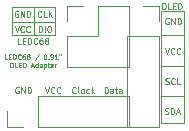
<source format=gbr>
G04 #@! TF.GenerationSoftware,KiCad,Pcbnew,(5.1.2)-2*
G04 #@! TF.CreationDate,2020-12-29T16:45:58+00:00*
G04 #@! TF.ProjectId,LEDC68 and 0.9 Inch OLED Adapter,4c454443-3638-4206-916e-6420302e3920,rev?*
G04 #@! TF.SameCoordinates,Original*
G04 #@! TF.FileFunction,Legend,Top*
G04 #@! TF.FilePolarity,Positive*
%FSLAX46Y46*%
G04 Gerber Fmt 4.6, Leading zero omitted, Abs format (unit mm)*
G04 Created by KiCad (PCBNEW (5.1.2)-2) date 2020-12-29 16:45:58*
%MOMM*%
%LPD*%
G04 APERTURE LIST*
%ADD10C,0.120000*%
%ADD11C,0.125000*%
%ADD12C,0.100000*%
G04 APERTURE END LIST*
D10*
X90424000Y-36830000D02*
X92329000Y-36830000D01*
X90424000Y-34290000D02*
X92329000Y-34290000D01*
X90424000Y-31623000D02*
X92329000Y-31623000D01*
X90424000Y-39116000D02*
X90424000Y-29591000D01*
X92329000Y-39116000D02*
X90424000Y-39116000D01*
X92329000Y-29591000D02*
X92329000Y-39116000D01*
X90424000Y-29591000D02*
X92329000Y-29591000D01*
D11*
X90586809Y-28936190D02*
X90682047Y-28936190D01*
X90729666Y-28960000D01*
X90777285Y-29007619D01*
X90801095Y-29102857D01*
X90801095Y-29269523D01*
X90777285Y-29364761D01*
X90729666Y-29412380D01*
X90682047Y-29436190D01*
X90586809Y-29436190D01*
X90539190Y-29412380D01*
X90491571Y-29364761D01*
X90467761Y-29269523D01*
X90467761Y-29102857D01*
X90491571Y-29007619D01*
X90539190Y-28960000D01*
X90586809Y-28936190D01*
X91253476Y-29436190D02*
X91015380Y-29436190D01*
X91015380Y-28936190D01*
X91420142Y-29174285D02*
X91586809Y-29174285D01*
X91658238Y-29436190D02*
X91420142Y-29436190D01*
X91420142Y-28936190D01*
X91658238Y-28936190D01*
X91872523Y-29436190D02*
X91872523Y-28936190D01*
X91991571Y-28936190D01*
X92063000Y-28960000D01*
X92110619Y-29007619D01*
X92134428Y-29055238D01*
X92158238Y-29150476D01*
X92158238Y-29221904D01*
X92134428Y-29317142D01*
X92110619Y-29364761D01*
X92063000Y-29412380D01*
X91991571Y-29436190D01*
X91872523Y-29436190D01*
X78530580Y-32382590D02*
X78292485Y-32382590D01*
X78292485Y-31882590D01*
X78697247Y-32120685D02*
X78863914Y-32120685D01*
X78935342Y-32382590D02*
X78697247Y-32382590D01*
X78697247Y-31882590D01*
X78935342Y-31882590D01*
X79149628Y-32382590D02*
X79149628Y-31882590D01*
X79268676Y-31882590D01*
X79340104Y-31906400D01*
X79387723Y-31954019D01*
X79411533Y-32001638D01*
X79435342Y-32096876D01*
X79435342Y-32168304D01*
X79411533Y-32263542D01*
X79387723Y-32311161D01*
X79340104Y-32358780D01*
X79268676Y-32382590D01*
X79149628Y-32382590D01*
X79935342Y-32334971D02*
X79911533Y-32358780D01*
X79840104Y-32382590D01*
X79792485Y-32382590D01*
X79721057Y-32358780D01*
X79673438Y-32311161D01*
X79649628Y-32263542D01*
X79625819Y-32168304D01*
X79625819Y-32096876D01*
X79649628Y-32001638D01*
X79673438Y-31954019D01*
X79721057Y-31906400D01*
X79792485Y-31882590D01*
X79840104Y-31882590D01*
X79911533Y-31906400D01*
X79935342Y-31930209D01*
X80363914Y-31882590D02*
X80268676Y-31882590D01*
X80221057Y-31906400D01*
X80197247Y-31930209D01*
X80149628Y-32001638D01*
X80125819Y-32096876D01*
X80125819Y-32287352D01*
X80149628Y-32334971D01*
X80173438Y-32358780D01*
X80221057Y-32382590D01*
X80316295Y-32382590D01*
X80363914Y-32358780D01*
X80387723Y-32334971D01*
X80411533Y-32287352D01*
X80411533Y-32168304D01*
X80387723Y-32120685D01*
X80363914Y-32096876D01*
X80316295Y-32073066D01*
X80221057Y-32073066D01*
X80173438Y-32096876D01*
X80149628Y-32120685D01*
X80125819Y-32168304D01*
X80697247Y-32096876D02*
X80649628Y-32073066D01*
X80625819Y-32049257D01*
X80602009Y-32001638D01*
X80602009Y-31977828D01*
X80625819Y-31930209D01*
X80649628Y-31906400D01*
X80697247Y-31882590D01*
X80792485Y-31882590D01*
X80840104Y-31906400D01*
X80863914Y-31930209D01*
X80887723Y-31977828D01*
X80887723Y-32001638D01*
X80863914Y-32049257D01*
X80840104Y-32073066D01*
X80792485Y-32096876D01*
X80697247Y-32096876D01*
X80649628Y-32120685D01*
X80625819Y-32144495D01*
X80602009Y-32192114D01*
X80602009Y-32287352D01*
X80625819Y-32334971D01*
X80649628Y-32358780D01*
X80697247Y-32382590D01*
X80792485Y-32382590D01*
X80840104Y-32358780D01*
X80863914Y-32334971D01*
X80887723Y-32287352D01*
X80887723Y-32192114D01*
X80863914Y-32144495D01*
X80840104Y-32120685D01*
X80792485Y-32096876D01*
D10*
X81483200Y-29235400D02*
X77800200Y-29235400D01*
X81483200Y-31648400D02*
X81483200Y-29235400D01*
X77800200Y-31648400D02*
X81483200Y-31648400D01*
X77800200Y-29235400D02*
X77800200Y-31648400D01*
X77800200Y-30505400D02*
X81483200Y-30505400D01*
X79705200Y-29235400D02*
X79705200Y-31648400D01*
D11*
X85633809Y-36548190D02*
X85633809Y-36048190D01*
X85752857Y-36048190D01*
X85824285Y-36072000D01*
X85871904Y-36119619D01*
X85895714Y-36167238D01*
X85919523Y-36262476D01*
X85919523Y-36333904D01*
X85895714Y-36429142D01*
X85871904Y-36476761D01*
X85824285Y-36524380D01*
X85752857Y-36548190D01*
X85633809Y-36548190D01*
X86348095Y-36548190D02*
X86348095Y-36286285D01*
X86324285Y-36238666D01*
X86276666Y-36214857D01*
X86181428Y-36214857D01*
X86133809Y-36238666D01*
X86348095Y-36524380D02*
X86300476Y-36548190D01*
X86181428Y-36548190D01*
X86133809Y-36524380D01*
X86110000Y-36476761D01*
X86110000Y-36429142D01*
X86133809Y-36381523D01*
X86181428Y-36357714D01*
X86300476Y-36357714D01*
X86348095Y-36333904D01*
X86514761Y-36214857D02*
X86705238Y-36214857D01*
X86586190Y-36048190D02*
X86586190Y-36476761D01*
X86610000Y-36524380D01*
X86657619Y-36548190D01*
X86705238Y-36548190D01*
X87086190Y-36548190D02*
X87086190Y-36286285D01*
X87062380Y-36238666D01*
X87014761Y-36214857D01*
X86919523Y-36214857D01*
X86871904Y-36238666D01*
X87086190Y-36524380D02*
X87038571Y-36548190D01*
X86919523Y-36548190D01*
X86871904Y-36524380D01*
X86848095Y-36476761D01*
X86848095Y-36429142D01*
X86871904Y-36381523D01*
X86919523Y-36357714D01*
X87038571Y-36357714D01*
X87086190Y-36333904D01*
X83200952Y-36500571D02*
X83177142Y-36524380D01*
X83105714Y-36548190D01*
X83058095Y-36548190D01*
X82986666Y-36524380D01*
X82939047Y-36476761D01*
X82915238Y-36429142D01*
X82891428Y-36333904D01*
X82891428Y-36262476D01*
X82915238Y-36167238D01*
X82939047Y-36119619D01*
X82986666Y-36072000D01*
X83058095Y-36048190D01*
X83105714Y-36048190D01*
X83177142Y-36072000D01*
X83200952Y-36095809D01*
X83486666Y-36548190D02*
X83439047Y-36524380D01*
X83415238Y-36476761D01*
X83415238Y-36048190D01*
X83748571Y-36548190D02*
X83700952Y-36524380D01*
X83677142Y-36500571D01*
X83653333Y-36452952D01*
X83653333Y-36310095D01*
X83677142Y-36262476D01*
X83700952Y-36238666D01*
X83748571Y-36214857D01*
X83820000Y-36214857D01*
X83867619Y-36238666D01*
X83891428Y-36262476D01*
X83915238Y-36310095D01*
X83915238Y-36452952D01*
X83891428Y-36500571D01*
X83867619Y-36524380D01*
X83820000Y-36548190D01*
X83748571Y-36548190D01*
X84343809Y-36524380D02*
X84296190Y-36548190D01*
X84200952Y-36548190D01*
X84153333Y-36524380D01*
X84129523Y-36500571D01*
X84105714Y-36452952D01*
X84105714Y-36310095D01*
X84129523Y-36262476D01*
X84153333Y-36238666D01*
X84200952Y-36214857D01*
X84296190Y-36214857D01*
X84343809Y-36238666D01*
X84558095Y-36548190D02*
X84558095Y-36048190D01*
X84605714Y-36357714D02*
X84748571Y-36548190D01*
X84748571Y-36214857D02*
X84558095Y-36405333D01*
X78359047Y-36072000D02*
X78311428Y-36048190D01*
X78240000Y-36048190D01*
X78168571Y-36072000D01*
X78120952Y-36119619D01*
X78097142Y-36167238D01*
X78073333Y-36262476D01*
X78073333Y-36333904D01*
X78097142Y-36429142D01*
X78120952Y-36476761D01*
X78168571Y-36524380D01*
X78240000Y-36548190D01*
X78287619Y-36548190D01*
X78359047Y-36524380D01*
X78382857Y-36500571D01*
X78382857Y-36333904D01*
X78287619Y-36333904D01*
X78597142Y-36548190D02*
X78597142Y-36048190D01*
X78882857Y-36548190D01*
X78882857Y-36048190D01*
X79120952Y-36548190D02*
X79120952Y-36048190D01*
X79240000Y-36048190D01*
X79311428Y-36072000D01*
X79359047Y-36119619D01*
X79382857Y-36167238D01*
X79406666Y-36262476D01*
X79406666Y-36333904D01*
X79382857Y-36429142D01*
X79359047Y-36476761D01*
X79311428Y-36524380D01*
X79240000Y-36548190D01*
X79120952Y-36548190D01*
X80613333Y-36048190D02*
X80780000Y-36548190D01*
X80946666Y-36048190D01*
X81399047Y-36500571D02*
X81375238Y-36524380D01*
X81303809Y-36548190D01*
X81256190Y-36548190D01*
X81184761Y-36524380D01*
X81137142Y-36476761D01*
X81113333Y-36429142D01*
X81089523Y-36333904D01*
X81089523Y-36262476D01*
X81113333Y-36167238D01*
X81137142Y-36119619D01*
X81184761Y-36072000D01*
X81256190Y-36048190D01*
X81303809Y-36048190D01*
X81375238Y-36072000D01*
X81399047Y-36095809D01*
X81899047Y-36500571D02*
X81875238Y-36524380D01*
X81803809Y-36548190D01*
X81756190Y-36548190D01*
X81684761Y-36524380D01*
X81637142Y-36476761D01*
X81613333Y-36429142D01*
X81589523Y-36333904D01*
X81589523Y-36262476D01*
X81613333Y-36167238D01*
X81637142Y-36119619D01*
X81684761Y-36072000D01*
X81756190Y-36048190D01*
X81803809Y-36048190D01*
X81875238Y-36072000D01*
X81899047Y-36095809D01*
X90773333Y-32746190D02*
X90940000Y-33246190D01*
X91106666Y-32746190D01*
X91559047Y-33198571D02*
X91535238Y-33222380D01*
X91463809Y-33246190D01*
X91416190Y-33246190D01*
X91344761Y-33222380D01*
X91297142Y-33174761D01*
X91273333Y-33127142D01*
X91249523Y-33031904D01*
X91249523Y-32960476D01*
X91273333Y-32865238D01*
X91297142Y-32817619D01*
X91344761Y-32770000D01*
X91416190Y-32746190D01*
X91463809Y-32746190D01*
X91535238Y-32770000D01*
X91559047Y-32793809D01*
X92059047Y-33198571D02*
X92035238Y-33222380D01*
X91963809Y-33246190D01*
X91916190Y-33246190D01*
X91844761Y-33222380D01*
X91797142Y-33174761D01*
X91773333Y-33127142D01*
X91749523Y-33031904D01*
X91749523Y-32960476D01*
X91773333Y-32865238D01*
X91797142Y-32817619D01*
X91844761Y-32770000D01*
X91916190Y-32746190D01*
X91963809Y-32746190D01*
X92035238Y-32770000D01*
X92059047Y-32793809D01*
X91059047Y-30230000D02*
X91011428Y-30206190D01*
X90940000Y-30206190D01*
X90868571Y-30230000D01*
X90820952Y-30277619D01*
X90797142Y-30325238D01*
X90773333Y-30420476D01*
X90773333Y-30491904D01*
X90797142Y-30587142D01*
X90820952Y-30634761D01*
X90868571Y-30682380D01*
X90940000Y-30706190D01*
X90987619Y-30706190D01*
X91059047Y-30682380D01*
X91082857Y-30658571D01*
X91082857Y-30491904D01*
X90987619Y-30491904D01*
X91297142Y-30706190D02*
X91297142Y-30206190D01*
X91582857Y-30706190D01*
X91582857Y-30206190D01*
X91820952Y-30706190D02*
X91820952Y-30206190D01*
X91940000Y-30206190D01*
X92011428Y-30230000D01*
X92059047Y-30277619D01*
X92082857Y-30325238D01*
X92106666Y-30420476D01*
X92106666Y-30491904D01*
X92082857Y-30587142D01*
X92059047Y-30634761D01*
X92011428Y-30682380D01*
X91940000Y-30706190D01*
X91820952Y-30706190D01*
D12*
X77406771Y-33663752D02*
X77216295Y-33663752D01*
X77216295Y-33263752D01*
X77540104Y-33454228D02*
X77673438Y-33454228D01*
X77730580Y-33663752D02*
X77540104Y-33663752D01*
X77540104Y-33263752D01*
X77730580Y-33263752D01*
X77902009Y-33663752D02*
X77902009Y-33263752D01*
X77997247Y-33263752D01*
X78054390Y-33282800D01*
X78092485Y-33320895D01*
X78111533Y-33358990D01*
X78130580Y-33435180D01*
X78130580Y-33492323D01*
X78111533Y-33568514D01*
X78092485Y-33606609D01*
X78054390Y-33644704D01*
X77997247Y-33663752D01*
X77902009Y-33663752D01*
X78530580Y-33625657D02*
X78511533Y-33644704D01*
X78454390Y-33663752D01*
X78416295Y-33663752D01*
X78359152Y-33644704D01*
X78321057Y-33606609D01*
X78302009Y-33568514D01*
X78282961Y-33492323D01*
X78282961Y-33435180D01*
X78302009Y-33358990D01*
X78321057Y-33320895D01*
X78359152Y-33282800D01*
X78416295Y-33263752D01*
X78454390Y-33263752D01*
X78511533Y-33282800D01*
X78530580Y-33301847D01*
X78873438Y-33263752D02*
X78797247Y-33263752D01*
X78759152Y-33282800D01*
X78740104Y-33301847D01*
X78702009Y-33358990D01*
X78682961Y-33435180D01*
X78682961Y-33587561D01*
X78702009Y-33625657D01*
X78721057Y-33644704D01*
X78759152Y-33663752D01*
X78835342Y-33663752D01*
X78873438Y-33644704D01*
X78892485Y-33625657D01*
X78911533Y-33587561D01*
X78911533Y-33492323D01*
X78892485Y-33454228D01*
X78873438Y-33435180D01*
X78835342Y-33416133D01*
X78759152Y-33416133D01*
X78721057Y-33435180D01*
X78702009Y-33454228D01*
X78682961Y-33492323D01*
X79140104Y-33435180D02*
X79102009Y-33416133D01*
X79082961Y-33397085D01*
X79063914Y-33358990D01*
X79063914Y-33339942D01*
X79082961Y-33301847D01*
X79102009Y-33282800D01*
X79140104Y-33263752D01*
X79216295Y-33263752D01*
X79254390Y-33282800D01*
X79273438Y-33301847D01*
X79292485Y-33339942D01*
X79292485Y-33358990D01*
X79273438Y-33397085D01*
X79254390Y-33416133D01*
X79216295Y-33435180D01*
X79140104Y-33435180D01*
X79102009Y-33454228D01*
X79082961Y-33473276D01*
X79063914Y-33511371D01*
X79063914Y-33587561D01*
X79082961Y-33625657D01*
X79102009Y-33644704D01*
X79140104Y-33663752D01*
X79216295Y-33663752D01*
X79254390Y-33644704D01*
X79273438Y-33625657D01*
X79292485Y-33587561D01*
X79292485Y-33511371D01*
X79273438Y-33473276D01*
X79254390Y-33454228D01*
X79216295Y-33435180D01*
X80054390Y-33244704D02*
X79711533Y-33758990D01*
X80568676Y-33263752D02*
X80606771Y-33263752D01*
X80644866Y-33282800D01*
X80663914Y-33301847D01*
X80682961Y-33339942D01*
X80702009Y-33416133D01*
X80702009Y-33511371D01*
X80682961Y-33587561D01*
X80663914Y-33625657D01*
X80644866Y-33644704D01*
X80606771Y-33663752D01*
X80568676Y-33663752D01*
X80530580Y-33644704D01*
X80511533Y-33625657D01*
X80492485Y-33587561D01*
X80473438Y-33511371D01*
X80473438Y-33416133D01*
X80492485Y-33339942D01*
X80511533Y-33301847D01*
X80530580Y-33282800D01*
X80568676Y-33263752D01*
X80873438Y-33625657D02*
X80892485Y-33644704D01*
X80873438Y-33663752D01*
X80854390Y-33644704D01*
X80873438Y-33625657D01*
X80873438Y-33663752D01*
X81082961Y-33663752D02*
X81159152Y-33663752D01*
X81197247Y-33644704D01*
X81216295Y-33625657D01*
X81254390Y-33568514D01*
X81273438Y-33492323D01*
X81273438Y-33339942D01*
X81254390Y-33301847D01*
X81235342Y-33282800D01*
X81197247Y-33263752D01*
X81121057Y-33263752D01*
X81082961Y-33282800D01*
X81063914Y-33301847D01*
X81044866Y-33339942D01*
X81044866Y-33435180D01*
X81063914Y-33473276D01*
X81082961Y-33492323D01*
X81121057Y-33511371D01*
X81197247Y-33511371D01*
X81235342Y-33492323D01*
X81254390Y-33473276D01*
X81273438Y-33435180D01*
X81654390Y-33663752D02*
X81425819Y-33663752D01*
X81540104Y-33663752D02*
X81540104Y-33263752D01*
X81502009Y-33320895D01*
X81463914Y-33358990D01*
X81425819Y-33378038D01*
X81806771Y-33263752D02*
X81806771Y-33339942D01*
X81959152Y-33263752D02*
X81959152Y-33339942D01*
X77721057Y-33963752D02*
X77797247Y-33963752D01*
X77835342Y-33982800D01*
X77873438Y-34020895D01*
X77892485Y-34097085D01*
X77892485Y-34230419D01*
X77873438Y-34306609D01*
X77835342Y-34344704D01*
X77797247Y-34363752D01*
X77721057Y-34363752D01*
X77682961Y-34344704D01*
X77644866Y-34306609D01*
X77625819Y-34230419D01*
X77625819Y-34097085D01*
X77644866Y-34020895D01*
X77682961Y-33982800D01*
X77721057Y-33963752D01*
X78254390Y-34363752D02*
X78063914Y-34363752D01*
X78063914Y-33963752D01*
X78387723Y-34154228D02*
X78521057Y-34154228D01*
X78578200Y-34363752D02*
X78387723Y-34363752D01*
X78387723Y-33963752D01*
X78578200Y-33963752D01*
X78749628Y-34363752D02*
X78749628Y-33963752D01*
X78844866Y-33963752D01*
X78902009Y-33982800D01*
X78940104Y-34020895D01*
X78959152Y-34058990D01*
X78978200Y-34135180D01*
X78978200Y-34192323D01*
X78959152Y-34268514D01*
X78940104Y-34306609D01*
X78902009Y-34344704D01*
X78844866Y-34363752D01*
X78749628Y-34363752D01*
X79435342Y-34249466D02*
X79625819Y-34249466D01*
X79397247Y-34363752D02*
X79530580Y-33963752D01*
X79663914Y-34363752D01*
X79968676Y-34363752D02*
X79968676Y-33963752D01*
X79968676Y-34344704D02*
X79930580Y-34363752D01*
X79854390Y-34363752D01*
X79816295Y-34344704D01*
X79797247Y-34325657D01*
X79778200Y-34287561D01*
X79778200Y-34173276D01*
X79797247Y-34135180D01*
X79816295Y-34116133D01*
X79854390Y-34097085D01*
X79930580Y-34097085D01*
X79968676Y-34116133D01*
X80330580Y-34363752D02*
X80330580Y-34154228D01*
X80311533Y-34116133D01*
X80273438Y-34097085D01*
X80197247Y-34097085D01*
X80159152Y-34116133D01*
X80330580Y-34344704D02*
X80292485Y-34363752D01*
X80197247Y-34363752D01*
X80159152Y-34344704D01*
X80140104Y-34306609D01*
X80140104Y-34268514D01*
X80159152Y-34230419D01*
X80197247Y-34211371D01*
X80292485Y-34211371D01*
X80330580Y-34192323D01*
X80521057Y-34097085D02*
X80521057Y-34497085D01*
X80521057Y-34116133D02*
X80559152Y-34097085D01*
X80635342Y-34097085D01*
X80673438Y-34116133D01*
X80692485Y-34135180D01*
X80711533Y-34173276D01*
X80711533Y-34287561D01*
X80692485Y-34325657D01*
X80673438Y-34344704D01*
X80635342Y-34363752D01*
X80559152Y-34363752D01*
X80521057Y-34344704D01*
X80825819Y-34097085D02*
X80978200Y-34097085D01*
X80882961Y-33963752D02*
X80882961Y-34306609D01*
X80902009Y-34344704D01*
X80940104Y-34363752D01*
X80978200Y-34363752D01*
X81263914Y-34344704D02*
X81225819Y-34363752D01*
X81149628Y-34363752D01*
X81111533Y-34344704D01*
X81092485Y-34306609D01*
X81092485Y-34154228D01*
X81111533Y-34116133D01*
X81149628Y-34097085D01*
X81225819Y-34097085D01*
X81263914Y-34116133D01*
X81282961Y-34154228D01*
X81282961Y-34192323D01*
X81092485Y-34230419D01*
X81454390Y-34363752D02*
X81454390Y-34097085D01*
X81454390Y-34173276D02*
X81473438Y-34135180D01*
X81492485Y-34116133D01*
X81530580Y-34097085D01*
X81568676Y-34097085D01*
D11*
X80082295Y-31366590D02*
X80082295Y-30866590D01*
X80201342Y-30866590D01*
X80272771Y-30890400D01*
X80320390Y-30938019D01*
X80344200Y-30985638D01*
X80368009Y-31080876D01*
X80368009Y-31152304D01*
X80344200Y-31247542D01*
X80320390Y-31295161D01*
X80272771Y-31342780D01*
X80201342Y-31366590D01*
X80082295Y-31366590D01*
X80582295Y-31366590D02*
X80582295Y-30866590D01*
X80915628Y-30866590D02*
X81010866Y-30866590D01*
X81058485Y-30890400D01*
X81106104Y-30938019D01*
X81129914Y-31033257D01*
X81129914Y-31199923D01*
X81106104Y-31295161D01*
X81058485Y-31342780D01*
X81010866Y-31366590D01*
X80915628Y-31366590D01*
X80868009Y-31342780D01*
X80820390Y-31295161D01*
X80796580Y-31199923D01*
X80796580Y-31033257D01*
X80820390Y-30938019D01*
X80868009Y-30890400D01*
X80915628Y-30866590D01*
X80296580Y-30048971D02*
X80272771Y-30072780D01*
X80201342Y-30096590D01*
X80153723Y-30096590D01*
X80082295Y-30072780D01*
X80034676Y-30025161D01*
X80010866Y-29977542D01*
X79987057Y-29882304D01*
X79987057Y-29810876D01*
X80010866Y-29715638D01*
X80034676Y-29668019D01*
X80082295Y-29620400D01*
X80153723Y-29596590D01*
X80201342Y-29596590D01*
X80272771Y-29620400D01*
X80296580Y-29644209D01*
X80748961Y-30096590D02*
X80510866Y-30096590D01*
X80510866Y-29596590D01*
X80915628Y-30096590D02*
X80915628Y-29596590D01*
X81201342Y-30096590D02*
X80987057Y-29810876D01*
X81201342Y-29596590D02*
X80915628Y-29882304D01*
X90756657Y-38302380D02*
X90828085Y-38326190D01*
X90947133Y-38326190D01*
X90994752Y-38302380D01*
X91018561Y-38278571D01*
X91042371Y-38230952D01*
X91042371Y-38183333D01*
X91018561Y-38135714D01*
X90994752Y-38111904D01*
X90947133Y-38088095D01*
X90851895Y-38064285D01*
X90804276Y-38040476D01*
X90780466Y-38016666D01*
X90756657Y-37969047D01*
X90756657Y-37921428D01*
X90780466Y-37873809D01*
X90804276Y-37850000D01*
X90851895Y-37826190D01*
X90970942Y-37826190D01*
X91042371Y-37850000D01*
X91256657Y-38326190D02*
X91256657Y-37826190D01*
X91375704Y-37826190D01*
X91447133Y-37850000D01*
X91494752Y-37897619D01*
X91518561Y-37945238D01*
X91542371Y-38040476D01*
X91542371Y-38111904D01*
X91518561Y-38207142D01*
X91494752Y-38254761D01*
X91447133Y-38302380D01*
X91375704Y-38326190D01*
X91256657Y-38326190D01*
X91732847Y-38183333D02*
X91970942Y-38183333D01*
X91685228Y-38326190D02*
X91851895Y-37826190D01*
X92018561Y-38326190D01*
X90793961Y-35762380D02*
X90865390Y-35786190D01*
X90984438Y-35786190D01*
X91032057Y-35762380D01*
X91055866Y-35738571D01*
X91079676Y-35690952D01*
X91079676Y-35643333D01*
X91055866Y-35595714D01*
X91032057Y-35571904D01*
X90984438Y-35548095D01*
X90889200Y-35524285D01*
X90841580Y-35500476D01*
X90817771Y-35476666D01*
X90793961Y-35429047D01*
X90793961Y-35381428D01*
X90817771Y-35333809D01*
X90841580Y-35310000D01*
X90889200Y-35286190D01*
X91008247Y-35286190D01*
X91079676Y-35310000D01*
X91579676Y-35738571D02*
X91555866Y-35762380D01*
X91484438Y-35786190D01*
X91436819Y-35786190D01*
X91365390Y-35762380D01*
X91317771Y-35714761D01*
X91293961Y-35667142D01*
X91270152Y-35571904D01*
X91270152Y-35500476D01*
X91293961Y-35405238D01*
X91317771Y-35357619D01*
X91365390Y-35310000D01*
X91436819Y-35286190D01*
X91484438Y-35286190D01*
X91555866Y-35310000D01*
X91579676Y-35333809D01*
X92032057Y-35786190D02*
X91793961Y-35786190D01*
X91793961Y-35286190D01*
X78022533Y-30866590D02*
X78189200Y-31366590D01*
X78355866Y-30866590D01*
X78808247Y-31318971D02*
X78784438Y-31342780D01*
X78713009Y-31366590D01*
X78665390Y-31366590D01*
X78593961Y-31342780D01*
X78546342Y-31295161D01*
X78522533Y-31247542D01*
X78498723Y-31152304D01*
X78498723Y-31080876D01*
X78522533Y-30985638D01*
X78546342Y-30938019D01*
X78593961Y-30890400D01*
X78665390Y-30866590D01*
X78713009Y-30866590D01*
X78784438Y-30890400D01*
X78808247Y-30914209D01*
X79308247Y-31318971D02*
X79284438Y-31342780D01*
X79213009Y-31366590D01*
X79165390Y-31366590D01*
X79093961Y-31342780D01*
X79046342Y-31295161D01*
X79022533Y-31247542D01*
X78998723Y-31152304D01*
X78998723Y-31080876D01*
X79022533Y-30985638D01*
X79046342Y-30938019D01*
X79093961Y-30890400D01*
X79165390Y-30866590D01*
X79213009Y-30866590D01*
X79284438Y-30890400D01*
X79308247Y-30914209D01*
X78308247Y-29620400D02*
X78260628Y-29596590D01*
X78189200Y-29596590D01*
X78117771Y-29620400D01*
X78070152Y-29668019D01*
X78046342Y-29715638D01*
X78022533Y-29810876D01*
X78022533Y-29882304D01*
X78046342Y-29977542D01*
X78070152Y-30025161D01*
X78117771Y-30072780D01*
X78189200Y-30096590D01*
X78236819Y-30096590D01*
X78308247Y-30072780D01*
X78332057Y-30048971D01*
X78332057Y-29882304D01*
X78236819Y-29882304D01*
X78546342Y-30096590D02*
X78546342Y-29596590D01*
X78832057Y-30096590D01*
X78832057Y-29596590D01*
X79070152Y-30096590D02*
X79070152Y-29596590D01*
X79189200Y-29596590D01*
X79260628Y-29620400D01*
X79308247Y-29668019D01*
X79332057Y-29715638D01*
X79355866Y-29810876D01*
X79355866Y-29882304D01*
X79332057Y-29977542D01*
X79308247Y-30025161D01*
X79260628Y-30072780D01*
X79189200Y-30096590D01*
X79070152Y-30096590D01*
D10*
X82490000Y-29150000D02*
X83820000Y-29150000D01*
X82490000Y-29150000D02*
X82490000Y-30480000D01*
X85090000Y-29150000D02*
X85090000Y-31750000D01*
X82490000Y-31750000D02*
X85090000Y-31750000D01*
X87690000Y-29150000D02*
X87690000Y-34350000D01*
X82490000Y-34350000D02*
X87690000Y-34350000D01*
X82490000Y-31750000D02*
X82490000Y-34350000D01*
X85090000Y-29150000D02*
X87690000Y-29150000D01*
X88900000Y-29150000D02*
X90230000Y-29150000D01*
X90230000Y-29150000D02*
X90230000Y-30480000D01*
X90230000Y-31750000D02*
X90230000Y-39430000D01*
X87570000Y-39430000D02*
X90230000Y-39430000D01*
X87570000Y-31750000D02*
X87570000Y-39430000D01*
X87570000Y-31750000D02*
X90230000Y-31750000D01*
X77410000Y-39430000D02*
X77410000Y-38100000D01*
X78740000Y-39430000D02*
X77410000Y-39430000D01*
X80010000Y-39430000D02*
X80010000Y-36770000D01*
X80010000Y-36770000D02*
X87690000Y-36770000D01*
X80010000Y-39430000D02*
X87690000Y-39430000D01*
X87690000Y-39430000D02*
X87690000Y-36770000D01*
M02*

</source>
